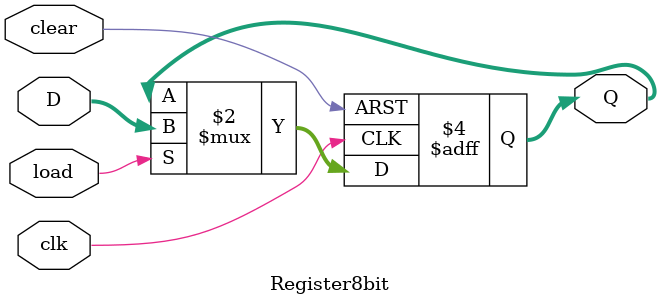
<source format=sv>
module Register8bit(
    input logic  clk, 
    input logic  clear, 
    input logic  load,
    input logic  [7:0] D,
    output logic [7:0] Q
    );

    always_ff @(posedge clk or posedge clear) begin
        if(clear)
            Q <= '0;
        else if(load)
            Q <= D;
    end

endmodule

</source>
